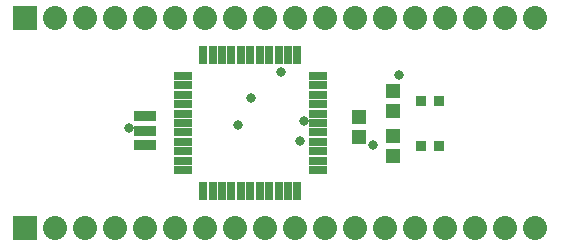
<source format=gts>
G75*
%MOIN*%
%OFA0B0*%
%FSLAX25Y25*%
%IPPOS*%
%LPD*%
%AMOC8*
5,1,8,0,0,1.08239X$1,22.5*
%
%ADD10R,0.04537X0.04931*%
%ADD11R,0.06400X0.02600*%
%ADD12R,0.02600X0.06400*%
%ADD13R,0.03750X0.03750*%
%ADD14R,0.04931X0.04537*%
%ADD15R,0.08000X0.08000*%
%ADD16C,0.08000*%
%ADD17R,0.07293X0.03356*%
%ADD18C,0.03300*%
D10*
X0122500Y0037654D03*
X0122500Y0044346D03*
D11*
X0108850Y0045350D03*
X0108850Y0042250D03*
X0108850Y0039150D03*
X0108850Y0035950D03*
X0108850Y0032850D03*
X0108850Y0029650D03*
X0108850Y0026550D03*
X0063650Y0026550D03*
X0063650Y0029650D03*
X0063650Y0032850D03*
X0063650Y0035950D03*
X0063650Y0039150D03*
X0063650Y0042250D03*
X0063650Y0045350D03*
X0063650Y0048550D03*
X0063650Y0051650D03*
X0063650Y0054850D03*
X0063650Y0057950D03*
X0108850Y0057950D03*
X0108850Y0054850D03*
X0108850Y0051650D03*
X0108850Y0048550D03*
D12*
X0101950Y0064850D03*
X0098850Y0064850D03*
X0095650Y0064850D03*
X0092550Y0064850D03*
X0089350Y0064850D03*
X0086250Y0064850D03*
X0083150Y0064850D03*
X0079950Y0064850D03*
X0076850Y0064850D03*
X0073650Y0064850D03*
X0070550Y0064850D03*
X0070550Y0019650D03*
X0073650Y0019650D03*
X0076850Y0019650D03*
X0079950Y0019650D03*
X0083150Y0019650D03*
X0086250Y0019650D03*
X0089350Y0019650D03*
X0092550Y0019650D03*
X0095650Y0019650D03*
X0098850Y0019650D03*
X0101950Y0019650D03*
D13*
X0143297Y0034750D03*
X0149203Y0034750D03*
X0149203Y0049750D03*
X0143297Y0049750D03*
D14*
X0133750Y0046404D03*
X0133750Y0053096D03*
X0133750Y0038096D03*
X0133750Y0031404D03*
D15*
X0011250Y0007250D03*
X0011250Y0077250D03*
D16*
X0021250Y0077250D03*
X0031250Y0077250D03*
X0041250Y0077250D03*
X0051250Y0077250D03*
X0061250Y0077250D03*
X0071250Y0077250D03*
X0081250Y0077250D03*
X0091250Y0077250D03*
X0101250Y0077250D03*
X0111250Y0077250D03*
X0121250Y0077250D03*
X0131250Y0077250D03*
X0141250Y0077250D03*
X0151250Y0077250D03*
X0161250Y0077250D03*
X0171250Y0077250D03*
X0181250Y0077250D03*
X0181250Y0007250D03*
X0171250Y0007250D03*
X0161250Y0007250D03*
X0151250Y0007250D03*
X0141250Y0007250D03*
X0131250Y0007250D03*
X0121250Y0007250D03*
X0111250Y0007250D03*
X0101250Y0007250D03*
X0091250Y0007250D03*
X0081250Y0007250D03*
X0071250Y0007250D03*
X0061250Y0007250D03*
X0051250Y0007250D03*
X0041250Y0007250D03*
X0031250Y0007250D03*
X0021250Y0007250D03*
D17*
X0051250Y0035026D03*
X0051250Y0039750D03*
X0051250Y0044474D03*
D18*
X0045700Y0040600D03*
X0082000Y0041700D03*
X0086400Y0050500D03*
X0104000Y0042800D03*
X0102900Y0036200D03*
X0127100Y0035100D03*
X0135900Y0058200D03*
X0096300Y0059300D03*
M02*

</source>
